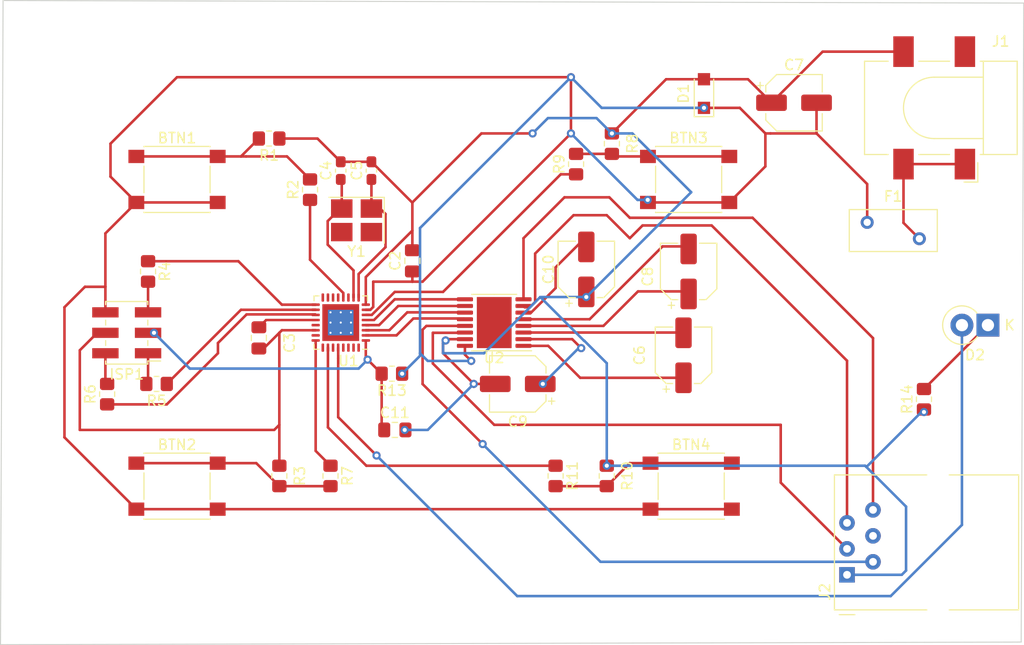
<source format=kicad_pcb>
(kicad_pcb (version 20211014) (generator pcbnew)
  (layers (0 "F.Cu" signal) (31 "B.Cu" signal) (34 "B.Paste" user) (35 "F.Paste" user) (36 "B.SilkS" user "B.Silkscreen") (37 "F.SilkS" user "F.Silkscreen") (38 "B.Mask" user) (39 "F.Mask" user) (44 "Edge.Cuts" user))
  (net 0 "")
  (net 1 "Net-(BTN1-Pad1)")
  (net 2 "VCC")
  (net 3 "Net-(BTN2-Pad1)")
  (net 4 "Net-(BTN3-Pad1)")
  (net 5 "Net-(BTN4-Pad1)")
  (net 6 "GND")
  (net 7 "Net-(C4-Pad1)")
  (net 8 "Net-(C5-Pad1)")
  (net 9 "Net-(C6-Pad1)")
  (net 10 "Net-(C6-Pad2)")
  (net 11 "Net-(C8-Pad1)")
  (net 12 "Net-(C8-Pad2)")
  (net 13 "Net-(C10-Pad2)")
  (net 14 "!RESET")
  (net 15 "Net-(D2-Pad1)")
  (net 16 "Net-(D2-Pad2)")
  (net 17 "Net-(F1-Pad2)")
  (net 18 "MISO")
  (net 19 "SCK")
  (net 20 "MOSI")
  (net 21 "/RX")
  (net 22 "/TX")
  (net 24 "/RTS")
  (net 25 "/CTS")
  (net 26 "BTN1")
  (net 27 "Net-(R4-Pad1)")
  (net 28 "Net-(R5-Pad1)")
  (net 29 "Net-(R6-Pad1)")
  (net 30 "BTN2")
  (net 31 "BTN3")
  (net 32 "BTN4")
  (net 33 "Net-(U1-Pad3)")
  (net 34 "Net-(U1-Pad4)")
  (net 35 "Net-(U1-Pad5)")
  (net 43 "Net-(U1-Pad2)")
  (net 46 "Net-(C9-Pad1)")
  (footprint "Resistor_SMD:R_0805_2012Metric_Pad1.20x1.40mm_HandSolder" (layer "F.Cu") (at 130 139 -90)
    (fp_text reference "R3" (at 0 -2 90) (layer "F.SilkS"))
    (fp_text value "10K")
    (pad "1" smd roundrect (at -1 0 270) (size 1.2 1.4) (layers "F.Cu" "F.Paste" "F.Mask") (roundrect_rratio 0.208333) (net 6 "GND"))
    (pad "2" smd roundrect (at 1 0 270) (size 1.2 1.4) (layers "F.Cu" "F.Paste" "F.Mask") (roundrect_rratio 0.208333) (net 3 "Net-(BTN2-Pad1)"))
  )
  (footprint "Diode_THT:D_DO-15_P2.54mm_Vertical_KathodeUp" (layer "F.Cu") (at 199.25 124.25 180)
    (fp_text reference "D2" (at 1.27 -2.92 180) (layer "F.SilkS"))
    (fp_text value "LED")
    (fp_text user "K" (at -2.12 0 180) (layer "F.SilkS"))
    (pad "1" thru_hole rect (at 0 0 180) (size 2.24 2.24) (drill 1.2) (layers *.Cu *.Mask) (net 15 "Net-(D2-Pad1)"))
    (pad "2" thru_hole oval (at 2.54 0 180) (size 2.24 2.24) (drill 1.2) (layers *.Cu *.Mask) (net 16 "Net-(D2-Pad2)"))
  )
  (footprint "Capacitor_SMD:CP_Elec_5x5.7" (layer "F.Cu") (at 170 119 90)
    (fp_text reference "C8" (at -0.5 -4 90) (layer "F.SilkS"))
    (fp_text value "10 uF")
    (pad "1" smd roundrect (at -2.2 0 90) (size 3 1.6) (layers "F.Cu" "F.Paste" "F.Mask") (roundrect_rratio 0.15625) (net 11 "Net-(C8-Pad1)"))
    (pad "2" smd roundrect (at 2.2 0 90) (size 3 1.6) (layers "F.Cu" "F.Paste" "F.Mask") (roundrect_rratio 0.15625) (net 12 "Net-(C8-Pad2)"))
  )
  (footprint "Button_Switch_SMD:SW_Push_1P1T_NO_6x6mm_H9.5mm" (layer "F.Cu") (at 170.25 140)
    (fp_text reference "BTN4" (at 0 -4.05) (layer "F.SilkS"))
    (fp_text value "VGA_BTN")
    (pad "1" smd rect (at -3.975 -2.25) (size 1.55 1.3) (layers "F.Cu" "F.Paste" "F.Mask") (net 5 "Net-(BTN4-Pad1)"))
    (pad "1" smd rect (at 3.975 -2.25) (size 1.55 1.3) (layers "F.Cu" "F.Paste" "F.Mask") (net 5 "Net-(BTN4-Pad1)"))
    (pad "2" smd rect (at -3.975 2.25) (size 1.55 1.3) (layers "F.Cu" "F.Paste" "F.Mask") (net 2 "VCC"))
    (pad "2" smd rect (at 3.975 2.25) (size 1.55 1.3) (layers "F.Cu" "F.Paste" "F.Mask") (net 2 "VCC"))
  )
  (footprint "Capacitor_SMD:CP_Elec_5x5.7" (layer "F.Cu") (at 153.3 130 180)
    (fp_text reference "C9" (at 0 -3.7) (layer "F.SilkS"))
    (fp_text value "10 uF")
    (pad "1" smd roundrect (at -2.2 0 180) (size 3 1.6) (layers "F.Cu" "F.Paste" "F.Mask") (roundrect_rratio 0.15625) (net 46 "Net-(C9-Pad1)"))
    (pad "2" smd roundrect (at 2.2 0 180) (size 3 1.6) (layers "F.Cu" "F.Paste" "F.Mask") (roundrect_rratio 0.15625) (net 6 "GND"))
  )
  (footprint "Capacitor_SMD:C_0603_1608Metric_Pad1.08x0.95mm_HandSolder" (layer "F.Cu") (at 136 109.1375 90)
    (fp_text reference "C4" (at 0 -1.43 90) (layer "F.SilkS"))
    (fp_text value "18p")
    (pad "1" smd roundrect (at -0.8625 0 90) (size 1.075 0.95) (layers "F.Cu" "F.Paste" "F.Mask") (net 7 "Net-(C4-Pad1)"))
    (pad "2" smd roundrect (at 0.8625 0 90) (size 1.075 0.95) (layers "F.Cu" "F.Paste" "F.Mask") (net 6 "GND"))
  )
  (footprint "Capacitor_SMD:CP_Elec_5x5.7" (layer "F.Cu") (at 160 118.8 90)
    (fp_text reference "C10" (at 0 -3.7 90) (layer "F.SilkS"))
    (fp_text value "10 uF")
    (pad "1" smd roundrect (at -2.2 0 90) (size 3 1.6) (layers "F.Cu" "F.Paste" "F.Mask") (roundrect_rratio 0.15625) (net 6 "GND"))
    (pad "2" smd roundrect (at 2.2 0 90) (size 3 1.6) (layers "F.Cu" "F.Paste" "F.Mask") (roundrect_rratio 0.15625) (net 13 "Net-(C10-Pad2)"))
  )
  (footprint "Button_Switch_SMD:SW_Push_1P1T_NO_6x6mm_H9.5mm" (layer "F.Cu") (at 170 110)
    (fp_text reference "BTN3" (at 0 -4.05) (layer "F.SilkS"))
    (fp_text value "HDMI_BTN")
    (pad "1" smd rect (at -3.975 -2.25) (size 1.55 1.3) (layers "F.Cu" "F.Paste" "F.Mask") (net 4 "Net-(BTN3-Pad1)"))
    (pad "1" smd rect (at 3.975 -2.25) (size 1.55 1.3) (layers "F.Cu" "F.Paste" "F.Mask") (net 4 "Net-(BTN3-Pad1)"))
    (pad "2" smd rect (at 3.975 2.25) (size 1.55 1.3) (layers "F.Cu" "F.Paste" "F.Mask") (net 2 "VCC"))
    (pad "2" smd rect (at -3.975 2.25) (size 1.55 1.3) (layers "F.Cu" "F.Paste" "F.Mask") (net 2 "VCC"))
  )
  (footprint "Crystal:Crystal_SMD_3225-4Pin_3.2x2.5mm_HandSoldering" (layer "F.Cu") (at 137.55 114 180)
    (fp_text reference "Y1" (at 0 -3.05) (layer "F.SilkS"))
    (fp_text value "Crystal")
    (pad "1" smd rect (at -1.45 1.15 180) (size 2.1 1.8) (layers "F.Cu" "F.Paste" "F.Mask") (net 8 "Net-(C5-Pad1)"))
    (pad "2" smd rect (at 1.45 1.15 180) (size 2.1 1.8) (layers "F.Cu" "F.Paste" "F.Mask") (net 7 "Net-(C4-Pad1)"))
    (pad "3" smd rect (at 1.45 -1.15 180) (size 2.1 1.8) (layers "F.Cu" "F.Paste" "F.Mask"))
    (pad "4" smd rect (at -1.45 -1.15 180) (size 2.1 1.8) (layers "F.Cu" "F.Paste" "F.Mask"))
  )
  (footprint "Button_Switch_SMD:SW_Push_1P1T_NO_6x6mm_H9.5mm" (layer "F.Cu") (at 120 140)
    (fp_text reference "BTN2" (at 0 -4.05) (layer "F.SilkS"))
    (fp_text value "OFF_BTN")
    (pad "1" smd rect (at 3.975 -2.25) (size 1.55 1.3) (layers "F.Cu" "F.Paste" "F.Mask") (net 3 "Net-(BTN2-Pad1)"))
    (pad "1" smd rect (at -3.975 -2.25) (size 1.55 1.3) (layers "F.Cu" "F.Paste" "F.Mask") (net 3 "Net-(BTN2-Pad1)"))
    (pad "2" smd rect (at -3.975 2.25) (size 1.55 1.3) (layers "F.Cu" "F.Paste" "F.Mask") (net 2 "VCC"))
    (pad "2" smd rect (at 3.975 2.25) (size 1.55 1.3) (layers "F.Cu" "F.Paste" "F.Mask") (net 2 "VCC"))
  )
  (footprint "Resistor_SMD:R_0805_2012Metric_Pad1.20x1.40mm_HandSolder" (layer "F.Cu") (at 159 108.5 90)
    (fp_text reference "R9" (at 0 -1.65 90) (layer "F.SilkS"))
    (fp_text value "100R")
    (pad "1" smd roundrect (at -1 0 90) (size 1.2 1.4) (layers "F.Cu" "F.Paste" "F.Mask") (roundrect_rratio 0.208333) (net 31 "BTN3"))
    (pad "2" smd roundrect (at 1 0 90) (size 1.2 1.4) (layers "F.Cu" "F.Paste" "F.Mask") (roundrect_rratio 0.208333) (net 4 "Net-(BTN3-Pad1)"))
  )
  (footprint "Connector_PinHeader_2.00mm:PinHeader_2x03_P2.00mm_Vertical_SMD" (layer "F.Cu") (at 115.085 125 180)
    (fp_text reference "ISP1" (at 0 -4.06) (layer "F.SilkS"))
    (fp_text value "Conn_02x03_Counter_Clockwise")
    (pad "1" smd rect (at -2.085 -2 180) (size 2.58 1) (layers "F.Cu" "F.Paste" "F.Mask") (net 18 "MISO"))
    (pad "2" smd rect (at 2.085 -2 180) (size 2.58 1) (layers "F.Cu" "F.Paste" "F.Mask") (net 19 "SCK"))
    (pad "3" smd rect (at -2.085 0 180) (size 2.58 1) (layers "F.Cu" "F.Paste" "F.Mask") (net 14 "!RESET"))
    (pad "4" smd rect (at 2.085 0 180) (size 2.58 1) (layers "F.Cu" "F.Paste" "F.Mask") (net 6 "GND"))
    (pad "5" smd rect (at -2.085 2 180) (size 2.58 1) (layers "F.Cu" "F.Paste" "F.Mask") (net 20 "MOSI"))
    (pad "6" smd rect (at 2.085 2 180) (size 2.58 1) (layers "F.Cu" "F.Paste" "F.Mask") (net 2 "VCC"))
  )
  (footprint "Connector_RJ:RJ12_Amphenol_54601" (layer "F.Cu") (at 185.48 148.67 90)
    (fp_text reference "J2" (at -1.67 -2.16 90) (layer "F.SilkS"))
    (fp_text value "RJ12")
    (pad "" np_thru_hole circle (at 8.25 8.89 90) (size 3.25 3.25) (drill 3.25) (layers *.Cu *.Mask))
    (pad "" np_thru_hole circle (at -1.91 8.89 90) (size 3.25 3.25) (drill 3.25) (layers *.Cu *.Mask))
    (pad "1" thru_hole rect (at 0 0 90) (size 1.52 1.52) (drill 0.76) (layers *.Cu *.Mask) (net 6 "GND"))
    (pad "2" thru_hole circle (at 1.27 2.54 90) (size 1.52 1.52) (drill 0.76) (layers *.Cu *.Mask) (net 22 "/TX"))
    (pad "3" thru_hole circle (at 2.54 0 90) (size 1.52 1.52) (drill 0.76) (layers *.Cu *.Mask) (net 21 "/RX"))
    (pad "4" thru_hole circle (at 3.81 2.54 90) (size 1.52 1.52) (drill 0.76) (layers *.Cu *.Mask))
    (pad "5" thru_hole circle (at 5.08 0 90) (size 1.52 1.52) (drill 0.76) (layers *.Cu *.Mask) (net 25 "/CTS"))
    (pad "6" thru_hole circle (at 6.35 2.54 90) (size 1.52 1.52) (drill 0.76) (layers *.Cu *.Mask) (net 24 "/RTS"))
  )
  (footprint "Resistor_SMD:R_0805_2012Metric_Pad1.20x1.40mm_HandSolder" (layer "F.Cu") (at 162 139 -90)
    (fp_text reference "R10" (at 0 -2 90) (layer "F.SilkS"))
    (fp_text value "10K")
    (pad "1" smd roundrect (at -1 0 270) (size 1.2 1.4) (layers "F.Cu" "F.Paste" "F.Mask") (roundrect_rratio 0.208333) (net 6 "GND"))
    (pad "2" smd roundrect (at 1 0 270) (size 1.2 1.4) (layers "F.Cu" "F.Paste" "F.Mask") (roundrect_rratio 0.208333) (net 5 "Net-(BTN4-Pad1)"))
  )
  (footprint "Resistor_SMD:R_0805_2012Metric_Pad1.20x1.40mm_HandSolder" (layer "F.Cu") (at 193 131.5 90)
    (fp_text reference "R14" (at 0 -1.65 90) (layer "F.SilkS"))
    (fp_text value "220R")
    (pad "1" smd roundrect (at -1 0 90) (size 1.2 1.4) (layers "F.Cu" "F.Paste" "F.Mask") (roundrect_rratio 0.208333) (net 6 "GND"))
    (pad "2" smd roundrect (at 1 0 90) (size 1.2 1.4) (layers "F.Cu" "F.Paste" "F.Mask") (roundrect_rratio 0.208333) (net 15 "Net-(D2-Pad1)"))
  )
  (footprint "Resistor_SMD:R_0805_2012Metric_Pad1.20x1.40mm_HandSolder" (layer "F.Cu") (at 118 130 180)
    (fp_text reference "R5" (at 0 -1.65) (layer "F.SilkS"))
    (fp_text value "100R")
    (pad "1" smd roundrect (at -1 0 180) (size 1.2 1.4) (layers "F.Cu" "F.Paste" "F.Mask") (roundrect_rratio 0.208333) (net 28 "Net-(R5-Pad1)"))
    (pad "2" smd roundrect (at 1 0 180) (size 1.2 1.4) (layers "F.Cu" "F.Paste" "F.Mask") (roundrect_rratio 0.208333) (net 18 "MISO"))
  )
  (footprint "Resistor_SMD:R_0805_2012Metric_Pad1.20x1.40mm_HandSolder" (layer "F.Cu") (at 133 111 90)
    (fp_text reference "R2" (at 0 -1.65 90) (layer "F.SilkS"))
    (fp_text value "100R")
    (pad "1" smd roundrect (at -1 0 90) (size 1.2 1.4) (layers "F.Cu" "F.Paste" "F.Mask") (roundrect_rratio 0.208333) (net 26 "BTN1"))
    (pad "2" smd roundrect (at 1 0 90) (size 1.2 1.4) (layers "F.Cu" "F.Paste" "F.Mask") (roundrect_rratio 0.208333) (net 1 "Net-(BTN1-Pad1)"))
  )
  (footprint "Capacitor_SMD:C_0805_2012Metric_Pad1.18x1.45mm_HandSolder" (layer "F.Cu") (at 128 125.5 -90)
    (fp_text reference "C3" (at 0.5 -3 90) (layer "F.SilkS"))
    (fp_text value "100n")
    (pad "1" smd roundrect (at -1.0375 0 270) (size 1.175 1.45) (layers "F.Cu" "F.Paste" "F.Mask") (roundrect_rratio 0.212766) (net 2 "VCC"))
    (pad "2" smd roundrect (at 1.0375 0 270) (size 1.175 1.45) (layers "F.Cu" "F.Paste" "F.Mask") (roundrect_rratio 0.212766) (net 6 "GND"))
  )
  (footprint "Capacitor_SMD:CP_Elec_5x5.7" (layer "F.Cu") (at 180.3 102.5)
    (fp_text reference "C7" (at 0 -3.7) (layer "F.SilkS"))
    (fp_text value "10uF")
    (pad "1" smd roundrect (at -2.2 0) (size 3 1.6) (layers "F.Cu" "F.Paste" "F.Mask") (roundrect_rratio 0.15625) (net 6 "GND"))
    (pad "2" smd roundrect (at 2.2 0) (size 3 1.6) (layers "F.Cu" "F.Paste" "F.Mask") (roundrect_rratio 0.15625) (net 2 "VCC"))
  )
  (footprint "Diode_SMD:Nexperia_CFP3_SOD-123W" (layer "F.Cu") (at 171.5 101.6 90)
    (fp_text reference "D1" (at 0 -2 90) (layer "F.SilkS"))
    (fp_text value "D_Zener 5.6V")
    (pad "1" smd rect (at -1.4 0 90) (size 1.2 1.2) (layers "F.Cu" "F.Paste" "F.Mask") (net 2 "VCC"))
    (pad "2" smd rect (at 1.4 0 90) (size 1.2 1.2) (layers "F.Cu" "F.Paste" "F.Mask") (net 6 "GND"))
  )
  (footprint "Button_Switch_SMD:SW_Push_1P1T_NO_6x6mm_H9.5mm" (layer "F.Cu") (at 120 110)
    (fp_text reference "BTN1" (at 0 -4.05) (layer "F.SilkS"))
    (fp_text value "ON_BTN")
    (pad "1" smd rect (at -3.975 -2.25) (size 1.55 1.3) (layers "F.Cu" "F.Paste" "F.Mask") (net 1 "Net-(BTN1-Pad1)"))
    (pad "1" smd rect (at 3.975 -2.25) (size 1.55 1.3) (layers "F.Cu" "F.Paste" "F.Mask") (net 1 "Net-(BTN1-Pad1)"))
    (pad "2" smd rect (at 3.975 2.25) (size 1.55 1.3) (layers "F.Cu" "F.Paste" "F.Mask") (net 2 "VCC"))
    (pad "2" smd rect (at -3.975 2.25) (size 1.55 1.3) (layers "F.Cu" "F.Paste" "F.Mask") (net 2 "VCC"))
  )
  (footprint "Capacitor_SMD:C_0603_1608Metric_Pad1.08x0.95mm_HandSolder" (layer "F.Cu") (at 139 109.1375 90)
    (fp_text reference "C5" (at 0 -1.43 90) (layer "F.SilkS"))
    (fp_text value "18p")
    (pad "1" smd roundrect (at -0.8625 0 90) (size 1.075 0.95) (layers "F.Cu" "F.Paste" "F.Mask") (net 8 "Net-(C5-Pad1)"))
    (pad "2" smd roundrect (at 0.8625 0 90) (size 1.075 0.95) (layers "F.Cu" "F.Paste" "F.Mask") (net 6 "GND"))
  )
  (footprint "Resistor_SMD:R_0805_2012Metric_Pad1.20x1.40mm_HandSolder" (layer "F.Cu") (at 157 139 -90)
    (fp_text reference "R11" (at 0 -1.65 90) (layer "F.SilkS"))
    (fp_text value "100R")
    (pad "1" smd roundrect (at -1 0 270) (size 1.2 1.4) (layers "F.Cu" "F.Paste" "F.Mask") (roundrect_rratio 0.208333) (net 32 "BTN4"))
    (pad "2" smd roundrect (at 1 0 270) (size 1.2 1.4) (layers "F.Cu" "F.Paste" "F.Mask") (roundrect_rratio 0.208333) (net 5 "Net-(BTN4-Pad1)"))
  )
  (footprint "Package_SO:HTSSOP-16-1EP_4.4x5mm_P0.65mm_EP3.4x5mm_Mask2.46x2.31mm" (layer "F.Cu") (at 151 124 180)
    (fp_text reference "U2" (at 0 -3.45) (layer "F.SilkS"))
    (fp_text value "MAX232")
    (pad "1" smd roundrect (at -2.8625 -2.275 180) (size 1.575 0.4) (layers "F.Cu" "F.Paste" "F.Mask") (net 9 "Net-(C6-Pad1)"))
    (pad "2" smd roundrect (at -2.8625 -1.625 180) (size 1.575 0.4) (layers "F.Cu" "F.Paste" "F.Mask") (net 46 "Net-(C9-Pad1)"))
    (pad "3" smd roundrect (at -2.8625 -0.975 180) (size 1.575 0.4) (layers "F.Cu" "F.Paste" "F.Mask") (net 10 "Net-(C6-Pad2)"))
    (pad "4" smd roundrect (at -2.8625 -0.325 180) (size 1.575 0.4) (layers "F.Cu" "F.Paste" "F.Mask") (net 11 "Net-(C8-Pad1)"))
    (pad "5" smd roundrect (at -2.8625 0.325 180) (size 1.575 0.4) (layers "F.Cu" "F.Paste" "F.Mask") (net 12 "Net-(C8-Pad2)"))
    (pad "6" smd roundrect (at -2.8625 0.975 180) (size 1.575 0.4) (layers "F.Cu" "F.Paste" "F.Mask") (net 13 "Net-(C10-Pad2)"))
    (pad "7" smd roundrect (at -2.8625 1.625 180) (size 1.575 0.4) (layers "F.Cu" "F.Paste" "F.Mask") (net 25 "/CTS"))
    (pad "8" smd roundrect (at -2.8625 2.275 180) (size 1.575 0.4) (layers "F.Cu" "F.Paste" "F.Mask") (net 24 "/RTS"))
    (pad "9" smd roundrect (at 2.8625 2.275 180) (size 1.575 0.4) (layers "F.Cu" "F.Paste" "F.Mask") (net 35 "Net-(U1-Pad5)"))
    (pad "10" smd roundrect (at 2.8625 1.625 180) (size 1.575 0.4) (layers "F.Cu" "F.Paste" "F.Mask") (net 34 "Net-(U1-Pad4)"))
    (pad "11" smd roundrect (at 2.8625 0.975 180) (size 1.575 0.4) (layers "F.Cu" "F.Paste" "F.Mask") (net 33 "Net-(U1-Pad3)"))
    (pad "12" smd roundrect (at 2.8625 0.325 180) (size 1.575 0.4) (layers "F.Cu" "F.Paste" "F.Mask") (net 43 "Net-(U1-Pad2)"))
    (pad "13" smd roundrect (at 2.8625 -0.325 180) (size 1.575 0.4) (layers "F.Cu" "F.Paste" "F.Mask") (net 22 "/TX"))
    (pad "14" smd roundrect (at 2.8625 -0.975 180) (size 1.575 0.4) (layers "F.Cu" "F.Paste" "F.Mask") (net 21 "/RX"))
    (pad "15" smd roundrect (at 2.8625 -1.625 180) (size 1.575 0.4) (layers "F.Cu" "F.Paste" "F.Mask") (net 6 "GND"))
    (pad "16" smd roundrect (at 2.8625 -2.275 180) (size 1.575 0.4) (layers "F.Cu" "F.Paste" "F.Mask") (net 2 "VCC"))
    (pad "17" smd rect (at 0 0 180) (size 3.4 5) (layers "F.Cu"))
  )
  (footprint "Resistor_SMD:R_0805_2012Metric_Pad1.20x1.40mm_HandSolder" (layer "F.Cu") (at 117.17 119 -90)
    (fp_text reference "R4" (at 0 -1.65 90) (layer "F.SilkS"))
    (fp_text value "100R")
    (pad "1" smd roundrect (at -1 0 270) (size 1.2 1.4) (layers "F.Cu" "F.Paste" "F.Mask") (roundrect_rratio 0.208333) (net 27 "Net-(R4-Pad1)"))
    (pad "2" smd roundrect (at 1 0 270) (size 1.2 1.4) (layers "F.Cu" "F.Paste" "F.Mask") (roundrect_rratio 0.208333) (net 20 "MOSI"))
  )
  (footprint "Capacitor_SMD:C_0805_2012Metric_Pad1.18x1.45mm_HandSolder" (layer "F.Cu") (at 143 117.9625 90)
    (fp_text reference "C2" (at 0 -1.68 90) (layer "F.SilkS"))
    (fp_text value "100n")
    (pad "1" smd roundrect (at -1.0375 0 90) (size 1.175 1.45) (layers "F.Cu" "F.Paste" "F.Mask") (roundrect_rratio 0.212766) (net 2 "VCC"))
    (pad "2" smd roundrect (at 1.0375 0 90) (size 1.175 1.45) (layers "F.Cu" "F.Paste" "F.Mask") (roundrect_rratio 0.212766) (net 6 "GND"))
  )
  (footprint "Fuse:Fuse_BelFuse_0ZRE0005FF_L8.3mm_W3.8mm" (layer "F.Cu") (at 187.45 114.2)
    (fp_text reference "F1" (at 2.54 -2.54) (layer "F.SilkS"))
    (fp_text value "Polyfuse")
    (pad "1" thru_hole circle (at 0 0) (size 1.27 1.27) (drill 0.71) (layers *.Cu *.Mask) (net 2 "VCC"))
    (pad "2" thru_hole circle (at 5.1 1.6) (size 1.27 1.27) (drill 0.71) (layers *.Cu *.Mask) (net 17 "Net-(F1-Pad2)"))
  )
  (footprint "Resistor_SMD:R_0805_2012Metric_Pad1.20x1.40mm_HandSolder" (layer "F.Cu") (at 129 106 180)
    (fp_text reference "R1" (at 0 -1.65) (layer "F.SilkS"))
    (fp_text value "10K")
    (pad "1" smd roundrect (at -1 0 180) (size 1.2 1.4) (layers "F.Cu" "F.Paste" "F.Mask") (roundrect_rratio 0.208333) (net 6 "GND"))
    (pad "2" smd roundrect (at 1 0 180) (size 1.2 1.4) (layers "F.Cu" "F.Paste" "F.Mask") (roundrect_rratio 0.208333) (net 1 "Net-(BTN1-Pad1)"))
  )
  (footprint "Connector_BarrelJack:BarrelJack_CLIFF_FC681465S_SMT_Horizontal" (layer "F.Cu") (at 194 103 180)
    (fp_text reference "J1" (at -6.5 6.5) (layer "F.SilkS"))
    (fp_text value "Power barrel plug")
    (pad "" np_thru_hole oval (at -2.9 0 270) (size 2 1.5) (drill oval 2 1.5) (layers *.Cu *.Mask))
    (pad "" np_thru_hole circle (at 1.5 0 270) (size 2 2) (drill 2) (layers *.Cu *.Mask))
    (pad "1" smd rect (at -3 -5.5 270) (size 3 2) (layers "F.Cu" "F.Paste" "F.Mask") (net 17 "Net-(F1-Pad2)"))
    (pad "1" smd rect (at 3 -5.5 270) (size 3 2) (layers "F.Cu" "F.Paste" "F.Mask") (net 17 "Net-(F1-Pad2)"))
    (pad "2" smd rect (at 3 5.5 270) (size 3 2) (layers "F.Cu" "F.Paste" "F.Mask") (net 6 "GND"))
    (pad "3" smd rect (at -3 5.5 270) (size 3 2) (layers "F.Cu" "F.Paste" "F.Mask"))
  )
  (footprint "Resistor_SMD:R_0805_2012Metric_Pad1.20x1.40mm_HandSolder" (layer "F.Cu") (at 141 129 180)
    (fp_text reference "R13" (at 0 -1.65) (layer "F.SilkS"))
    (fp_text value "R")
    (pad "1" smd roundrect (at -1 0 180) (size 1.2 1.4) (layers "F.Cu" "F.Paste" "F.Mask") (roundrect_rratio 0.208333) (net 2 "VCC"))
    (pad "2" smd roundrect (at 1 0 180) (size 1.2 1.4) (layers "F.Cu" "F.Paste" "F.Mask") (roundrect_rratio 0.208333) (net 14 "!RESET"))
  )
  (footprint "Resistor_SMD:R_0805_2012Metric_Pad1.20x1.40mm_HandSolder" (layer "F.Cu") (at 135 139 -90)
    (fp_text reference "R7" (at 0 -1.65 90) (layer "F.SilkS"))
    (fp_text value "100R")
    (pad "1" smd roundrect (at -1 0 270) (size 1.2 1.4) (layers "F.Cu" "F.Paste" "F.Mask") (roundrect_rratio 0.208333) (net 30 "BTN2"))
    (pad "2" smd roundrect (at 1 0 270) (size 1.2 1.4) (layers "F.Cu" "F.Paste" "F.Mask") (roundrect_rratio 0.208333) (net 3 "Net-(BTN2-Pad1)"))
  )
  (footprint "Capacitor_SMD:CP_Elec_5x5.7" (layer "F.Cu") (at 169.5 127.2 90)
    (fp_text reference "C6" (at 0 -4.3 90) (layer "F.SilkS"))
    (fp_text value "10 uF")
    (pad "1" smd roundrect (at -2.2 0 90) (size 3 1.6) (layers "F.Cu" "F.Paste" "F.Mask") (roundrect_rratio 0.15625) (net 9 "Net-(C6-Pad1)"))
    (pad "2" smd roundrect (at 2.2 0 90) (size 3 1.6) (layers "F.Cu" "F.Paste" "F.Mask") (roundrect_rratio 0.15625) (net 10 "Net-(C6-Pad2)"))
  )
  (footprint "Resistor_SMD:R_0805_2012Metric_Pad1.20x1.40mm_HandSolder" (layer "F.Cu") (at 162.5 106.5 -90)
    (fp_text reference "R8" (at 0 -2 90) (layer "F.SilkS"))
    (fp_text value "10K")
    (pad "1" smd roundrect (at -1 0 270) (size 1.2 1.4) (layers "F.Cu" "F.Paste" "F.Mask") (roundrect_rratio 0.208333) (net 6 "GND"))
    (pad "2" smd roundrect (at 1 0 270) (size 1.2 1.4) (layers "F.Cu" "F.Paste" "F.Mask") (roundrect_rratio 0.208333) (net 4 "Net-(BTN3-Pad1)"))
  )
  (footprint "Package_DFN_QFN:QFN-32-1EP_5x5mm_P0.5mm_EP3.6x3.6mm_ThermalVias" (layer "F.Cu") (at 136 124 180)
    (fp_text reference "U1" (at -0.75 -3.75) (layer "F.SilkS"))
    (fp_text value "ATmega328-P")
    (pad "1" smd roundrect (at -2.45 -1.75 180) (size 0.8 0.25) (layers "F.Cu" "F.Paste" "F.Mask") (net 14 "!RESET"))
    (pad "2" smd roundrect (at -2.45 -1.25 180) (size 0.8 0.25) (layers "F.Cu" "F.Paste" "F.Mask") (net 43 "Net-(U1-Pad2)"))
    (pad "3" smd roundrect (at -2.45 -0.75 180) (size 0.8 0.25) (layers "F.Cu" "F.Paste" "F.Mask") (net 33 "Net-(U1-Pad3)"))
    (pad "4" smd roundrect (at -2.45 -0.25 180) (size 0.8 0.25) (layers "F.Cu" "F.Paste" "F.Mask") (net 34 "Net-(U1-Pad4)"))
    (pad "5" smd roundrect (at -2.45 0.25 180) (size 0.8 0.25) (layers "F.Cu" "F.Paste" "F.Mask") (net 35 "Net-(U1-Pad5)"))
    (pad "6" smd roundrect (at -2.45 0.75 180) (size 0.8 0.25) (layers "F.Cu" "F.Paste" "F.Mask") (net 31 "BTN3"))
    (pad "7" smd roundrect (at -2.45 1.25 180) (size 0.8 0.25) (layers "F.Cu" "F.Paste" "F.Mask") (net 2 "VCC"))
    (pad "8" smd roundrect (at -2.45 1.75 180) (size 0.8 0.25) (layers "F.Cu" "F.Paste" "F.Mask") (net 6 "GND"))
    (pad "9" smd roundrect (at -1.75 2.45 180) (size 0.25 0.8) (layers "F.Cu" "F.Paste" "F.Mask") (net 8 "Net-(C5-Pad1)"))
    (pad "10" smd roundrect (at -1.25 2.45 180) (size 0.25 0.8) (layers "F.Cu" "F.Paste" "F.Mask") (net 7 "Net-(C4-Pad1)"))
    (pad "11" smd roundrect (at -0.75 2.45 180) (size 0.25 0.8) (layers "F.Cu" "F.Paste" "F.Mask"))
    (pad "12" smd roundrect (at -0.25 2.45 180) (size 0.25 0.8) (layers "F.Cu" "F.Paste" "F.Mask") (net 26 "BTN1"))
    (pad "13" smd roundrect (at 0.25 2.45 180) (size 0.25 0.8) (layers "F.Cu" "F.Paste" "F.Mask"))
    (pad "14" smd roundrect (at 0.75 2.45 180) (size 0.25 0.8) (layers "F.Cu" "F.Paste" "F.Mask"))
    (pad "15" smd roundrect (at 1.25 2.45 180) (size 0.25 0.8) (layers "F.Cu" "F.Paste" "F.Mask"))
    (pad "16" smd roundrect (at 1.75 2.45 180) (size 0.25 0.8) (layers "F.Cu" "F.Paste" "F.Mask"))
    (pad "17" smd roundrect (at 2.45 1.75 180) (size 0.8 0.25) (layers "F.Cu" "F.Paste" "F.Mask") (net 27 "Net-(R4-Pad1)"))
    (pad "18" smd roundrect (at 2.45 1.25 180) (size 0.8 0.25) (layers "F.Cu" "F.Paste" "F.Mask") (net 28 "Net-(R5-Pad1)"))
    (pad "19" smd roundrect (at 2.45 0.75 180) (size 0.8 0.25) (layers "F.Cu" "F.Paste" "F.Mask") (net 29 "Net-(R6-Pad1)"))
    (pad "20" smd roundrect (at 2.45 0.25 180) (size 0.8 0.25) (layers "F.Cu" "F.Paste" "F.Mask") (net 2 "VCC"))
    (pad "21" smd roundrect (at 2.45 -0.25 180) (size 0.8 0.25) (layers "F.Cu" "F.Paste" "F.Mask"))
    (pad "22" smd roundrect (at 2.45 -0.75 180) (size 0.8 0.25) (layers "F.Cu" "F.Paste" "F.Mask") (net 6 "GND"))
    (pad "23" smd roundrect (at 2.45 -1.25 180) (size 0.8 0.25) (layers "F.Cu" "F.Paste" "F.Mask"))
    (pad "24" smd roundrect (at 2.45 -1.75 180) (size 0.8 0.25) (layers "F.Cu" "F.Paste" "F.Mask") (net 30 "BTN2"))
    (pad "25" smd roundrect (at 1.75 -2.45 180) (size 0.25 0.8) (layers "F.Cu" "F.Paste" "F.Mask"))
    (pad "26" smd roundrect (at 1.25 -2.45 180) (size 0.25 0.8) (layers "F.Cu" "F.Paste" "F.Mask") (net 32 "BTN4"))
    (pad "27" smd roundrect (at 0.75 -2.45 180) (size 0.25 0.8) (layers "F.Cu" "F.Paste" "F.Mask"))
    (pad "28" smd roundrect (at 0.25 -2.45 180) (size 0.25 0.8) (layers "F.Cu" "F.Paste" "F.Mask") (net 16 "Net-(D2-Pad2)"))
    (pad "29" smd roundrect (at -0.25 -2.45 180) (size 0.25 0.8) (layers "F.Cu" "F.Paste" "F.Mask"))
    (pad "30" smd roundrect (at -0.75 -2.45 180) (size 0.25 0.8) (layers "F.Cu" "F.Paste" "F.Mask"))
    (pad "31" smd roundrect (at -1.25 -2.45 180) (size 0.25 0.8) (layers "F.Cu" "F.Paste" "F.Mask"))
    (pad "32" smd roundrect (at -1.75 -2.45 180) (size 0.25 0.8) (layers "F.Cu" "F.Paste" "F.Mask"))
    (pad "33" thru_hole circle (at 1 1 180) (size 0.5 0.5) (drill 0.2) (layers *.Cu))
    (pad "33" thru_hole circle (at 1 -1 180) (size 0.5 0.5) (drill 0.2) (layers *.Cu))
    (pad "33" thru_hole circle (at -1 1 180) (size 0.5 0.5) (drill 0.2) (layers *.Cu))
    (pad "33" thru_hole circle (at 1 0 180) (size 0.5 0.5) (drill 0.2) (layers *.Cu))
    (pad "33" thru_hole circle (at 0 0 180) (size 0.5 0.5) (drill 0.2) (layers *.Cu))
    (pad "33" thru_hole circle (at 0 1 180) (size 0.5 0.5) (drill 0.2) (layers *.Cu))
    (pad "33" thru_hole circle (at -1 -1 180) (size 0.5 0.5) (drill 0.2) (layers *.Cu))
    (pad "33" smd rect (at 0 0 180) (size 3.6 3.6) (layers "F.Cu" "F.Mask"))
    (pad "33" smd rect (at 0 0 180) (size 2.5 2.5) (layers "B.Cu"))
    (pad "33" thru_hole circle (at -1 0 180) (size 0.5 0.5) (drill 0.2) (layers *.Cu))
    (pad "33" thru_hole circle (at 0 -1 180) (size 0.5 0.5) (drill 0.2) (layers *.Cu))
  )
  (footprint "Resistor_SMD:R_0805_2012Metric_Pad1.20x1.40mm_HandSolder" (layer "F.Cu") (at 113.17 131 90)
    (fp_text reference "R6" (at 0 -1.65 90) (layer "F.SilkS"))
    (fp_text value "100R")
    (pad "1" smd roundrect (at -1 0 90) (size 1.2 1.4) (layers "F.Cu" "F.Paste" "F.Mask") (roundrect_rratio 0.208333) (net 29 "Net-(R6-Pad1)"))
    (pad "2" smd roundrect (at 1 0 90) (size 1.2 1.4) (layers "F.Cu" "F.Paste" "F.Mask") (roundrect_rratio 0.208333) (net 19 "SCK"))
  )
  (footprint "Capacitor_SMD:C_0805_2012Metric_Pad1.18x1.45mm_HandSolder" (layer "F.Cu") (at 141.2875 134.5)
    (fp_text reference "C11" (at 0 -1.68) (layer "F.SilkS"))
    (fp_text value "100nF")
    (pad "1" smd roundrect (at -1.0375 0) (size 1.175 1.45) (layers "F.Cu" "F.Paste" "F.Mask") (roundrect_rratio 0.212766) (net 14 "!RESET"))
    (pad "2" smd roundrect (at 1.0375 0) (size 1.175 1.45) (layers "F.Cu" "F.Paste" "F.Mask") (roundrect_rratio 0.212766) (net 6 "GND"))
  )
  (gr_line (start 202.5 155.25) (end 102.75 155.5) (layer "Edge.Cuts") (width 0.1))
  (gr_line (start 202.75 92.75) (end 202.5 155.25) (layer "Edge.Cuts") (width 0.1))
  (gr_line (start 103 92.5) (end 202.75 92.75) (layer "Edge.Cuts") (width 0.1))
  (gr_line (start 102.75 155.5) (end 103 92.5) (layer "Edge.Cuts") (width 0.1))
  (segment (start 123.975 107.75) (end 126.25 107.75) (width 0.25) (layer "F.Cu") (net 1))
  (segment (start 126.25 107.75) (end 128 106) (width 0.25) (layer "F.Cu") (net 1))
  (segment (start 116.025 107.75) (end 123.975 107.75) (width 0.25) (layer "F.Cu") (net 1))
  (segment (start 126.75 107.75) (end 130.75 107.75) (width 0.25) (layer "F.Cu") (net 1))
  (segment (start 126.25 107.75) (end 126.75 107.75) (width 0.25) (layer "F.Cu") (net 1))
  (segment (start 130.75 107.75) (end 133 110) (width 0.25) (layer "F.Cu") (net 1))
  (segment (start 113 115.275) (end 116.025 112.25) (width 0.25) (layer "F.Cu") (net 2))
  (segment (start 182.5 105.5) (end 178 105.5) (width 0.25) (layer "F.Cu") (net 2))
  (segment (start 133.55 123.75) (end 128.7125 123.75) (width 0.25) (layer "F.Cu") (net 2))
  (segment (start 113 120.5) (end 113 115.275) (width 0.25) (layer "F.Cu") (net 2))
  (segment (start 111 120.5) (end 109 122.5) (width 0.25) (layer "F.Cu") (net 2))
  (segment (start 148.1375 127.1375) (end 148.75 127.75) (width 0.25) (layer "F.Cu") (net 2))
  (segment (start 123.975 142.25) (end 166.025 142.25) (width 0.25) (layer "F.Cu") (net 2))
  (segment (start 177.5 108.725) (end 177.5 105.5) (width 0.25) (layer "F.Cu") (net 2))
  (segment (start 109 135.225) (end 116.025 142.25) (width 0.25) (layer "F.Cu") (net 2))
  (segment (start 183.5 106.5) (end 187.45 110.45) (width 0.25) (layer "F.Cu") (net 2))
  (segment (start 143 120) (end 143 119) (width 0.25) (layer "F.Cu") (net 2))
  (segment (start 139.17452 120) (end 143 120) (width 0.25) (layer "F.Cu") (net 2))
  (segment (start 113 123) (end 113 120.5) (width 0.25) (layer "F.Cu") (net 2))
  (segment (start 143 120) (end 144 120) (width 0.25) (layer "F.Cu") (net 2))
  (segment (start 166.275 142.25) (end 174.225 142.25) (width 0.25) (layer "F.Cu") (net 2))
  (segment (start 113.5 109.725) (end 113.5 106.5) (width 0.25) (layer "F.Cu") (net 2))
  (segment (start 175 103) (end 171.5 103) (width 0.25) (layer "F.Cu") (net 2))
  (segment (start 138.897328 122.75) (end 139.17452 122.472808) (width 0.25) (layer "F.Cu") (net 2))
  (segment (start 187.45 114.2) (end 187.45 110.45) (width 0.25) (layer "F.Cu") (net 2))
  (segment (start 173.975 112.25) (end 177.5 108.725) (width 0.25) (layer "F.Cu") (net 2))
  (segment (start 116.025 112.25) (end 123.975 112.25) (width 0.25) (layer "F.Cu") (net 2))
  (segment (start 166.025 112.25) (end 173.975 112.25) (width 0.25) (layer "F.Cu") (net 2))
  (segment (start 178 105.5) (end 177.5 105.5) (width 0.25) (layer "F.Cu") (net 2))
  (segment (start 113 120.5) (end 111 120.5) (width 0.25) (layer "F.Cu") (net 2))
  (segment (start 158.5 105.5) (end 158.5 100) (width 0.25) (layer "F.Cu") (net 2))
  (segment (start 182.5 102.5) (end 182.5 105.5) (width 0.25) (layer "F.Cu") (net 2))
  (segment (start 116.025 142.25) (end 123.975 142.25) (width 0.25) (layer "F.Cu") (net 2))
  (segment (start 120 100) (end 158.5 100) (width 0.25) (layer "F.Cu") (net 2))
  (segment (start 148.1375 126.275) (end 148.1375 127.1375) (width 0.25) (layer "F.Cu") (net 2))
  (segment (start 139.17452 122.472808) (end 139.17452 120) (width 0.25) (layer "F.Cu") (net 2))
  (segment (start 128.7125 123.75) (end 128 124.4625) (width 0.25) (layer "F.Cu") (net 2))
  (segment (start 177.5 105.5) (end 175 103) (width 0.25) (layer "F.Cu") (net 2))
  (segment (start 113.5 106.5) (end 120 100) (width 0.25) (layer "F.Cu") (net 2))
  (segment (start 109 122.5) (end 109 135.225) (width 0.25) (layer "F.Cu") (net 2))
  (segment (start 144 120) (end 158.5 105.5) (width 0.25) (layer "F.Cu") (net 2))
  (segment (start 138.45 122.75) (end 138.897328 122.75) (width 0.25) (layer "F.Cu") (net 2))
  (segment (start 182.5 105.5) (end 183.5 106.5) (width 0.25) (layer "F.Cu") (net 2))
  (segment (start 116.025 112.25) (end 113.5 109.725) (width 0.25) (layer "F.Cu") (net 2))
  (via (at 166 112) (size 0.8) (drill 0.4) (layers "F.Cu" "B.Cu") (net 2))
  (via (at 158.5 105.5) (size 0.8) (drill 0.4) (layers "F.Cu" "B.Cu") (net 2))
  (via (at 148.75 127.75) (size 0.8) (drill 0.4) (layers "F.Cu" "B.Cu") (net 2))
  (via (at 158.5 100) (size 0.8) (drill 0.4) (layers "F.Cu" "B.Cu") (net 2))
  (via (at 171.5 103) (size 0.8) (drill 0.4) (layers "F.Cu" "B.Cu") (net 2))
  (via (at 142 129) (size 0.8) (drill 0.4) (layers "F.Cu" "B.Cu") (net 2))
  (segment (start 158.5 100) (end 143.75 114.75) (width 0.25) (layer "B.Cu") (net 2))
  (segment (start 142 129) (end 143.75 127.25) (width 0.25) (layer "B.Cu") (net 2))
  (segment (start 143.75 127) (end 144.5 127.75) (width 0.25) (layer "B.Cu") (net 2))
  (segment (start 158.5 100) (end 161.5 103) (width 0.25) (layer "B.Cu") (net 2))
  (segment (start 143.75 127.25) (end 143.75 127) (width 0.25) (layer "B.Cu") (net 2))
  (segment (start 143.75 114.75) (end 143.75 127) (width 0.25) (layer "B.Cu") (net 2))
  (segment (start 158.5 105.5) (end 165 112) (width 0.25) (layer "B.Cu") (net 2))
  (segment (start 161.5 103) (end 171.5 103) (width 0.25) (layer "B.Cu") (net 2))
  (segment (start 144.5 127.75) (end 148.75 127.75) (width 0.25) (layer "B.Cu") (net 2))
  (segment (start 165 112) (end 166 112) (width 0.25) (layer "B.Cu") (net 2))
  (segment (start 130 140) (end 135 140) (width 0.25) (layer "F.Cu") (net 3))
  (segment (start 123.975 137.75) (end 127.75 137.75) (width 0.25) (layer "F.Cu") (net 3))
  (segment (start 127.75 137.75) (end 130 140) (width 0.25) (layer "F.Cu") (net 3))
  (segment (start 116.025 137.75) (end 123.975 137.75) (width 0.25) (layer "F.Cu") (net 3))
  (segment (start 166.025 107.75) (end 173.975 107.75) (width 0.25) (layer "F.Cu") (net 4))
  (segment (start 162.75 107.75) (end 166.025 107.75) (width 0.25) (layer "F.Cu") (net 4))
  (segment (start 159 107.5) (end 162.5 107.5) (width 0.25) (layer "F.Cu") (net 4))
  (segment (start 162.5 107.5) (end 162.75 107.75) (width 0.25) (layer "F.Cu") (net 4))
  (segment (start 166.025 137.75) (end 164.25 137.75) (width 0.25) (layer "F.Cu") (net 5))
  (segment (start 162 140) (end 157 140) (width 0.25) (layer "F.Cu") (net 5))
  (segment (start 166.275 137.75) (end 174.225 137.75) (width 0.25) (layer "F.Cu") (net 5))
  (segment (start 164.25 137.75) (end 162 140) (width 0.25) (layer "F.Cu") (net 5))
  (segment (start 133.725 106) (end 136 108.275) (width 0.25) (layer "F.Cu") (net 6))
  (segment (start 149 130) (end 146 127) (width 0.25) (layer "F.Cu") (net 6))
  (segment (start 143 112.275) (end 143 112.25) (width 0.25) (layer "F.Cu") (net 6))
  (segment (start 136 108.275) (end 139 108.275) (width 0.25) (layer "F.Cu") (net 6))
  (segment (start 130.25 124.75) (end 133.55 124.75) (width 0.25) (layer "F.Cu") (net 6))
  (segment (start 130 125) (end 130.25 124.75) (width 0.25) (layer "F.Cu") (net 6))
  (segment (start 143 115) (end 143 116.925) (width 0.25) (layer "F.Cu") (net 6))
  (segment (start 191 97.5) (end 183.1 97.5) (width 0.25) (layer "F.Cu") (net 6))
  (segment (start 167.8 100.2) (end 171.5 100.2) (width 0.25) (layer "F.Cu") (net 6))
  (segment (start 143 112.275) (end 143 115) (width 0.25) (layer "F.Cu") (net 6))
  (segment (start 128.4625 126.5375) (end 130 125) (width 0.25) (layer "F.Cu") (net 6))
  (segment (start 149.75 105.5) (end 154.75 105.5) (width 0.25) (layer "F.Cu") (net 6))
  (segment (start 112.21 125) (end 110.5 126.71) (width 0.25) (layer "F.Cu") (net 6))
  (segment (start 138.45 122.25) (end 138.45 119.55) (width 0.25) (layer "F.Cu") (net 6))
  (segment (start 171.5 100.2) (end 175.8 100.2) (width 0.25) (layer "F.Cu") (net 6))
  (segment (start 110.5 126.71) (end 110.5 134.5) (width 0.25) (layer "F.Cu") (net 6))
  (segment (start 113 125) (end 112.21 125) (width 0.25) (layer "F.Cu") (net 6))
  (segment (start 138.45 119.55) (end 143 115) (width 0.25) (layer "F.Cu") (net 6))
  (segment (start 146 126) (end 146.25 125.75) (width 0.25) (layer "F.Cu") (net 6))
  (segment (start 128 126.5375) (end 128.4625 126.5375) (width 0.25) (layer "F.Cu") (net 6))
  (segment (start 130 134) (end 130 125) (width 0.25) (layer "F.Cu") (net 6))
  (segment (start 129.5 134.5) (end 130 134) (width 0.25) (layer "F.Cu") (net 6))
  (segment (start 146.375 125.625) (end 146.25 125.75) (width 0.25) (layer "F.Cu") (net 6))
  (segment (start 130 106) (end 133.725 106) (width 0.25) (layer "F.Cu") (net 6))
  (segment (start 130 138) (end 130 134) (width 0.25) (layer "F.Cu") (net 6))
  (segment (start 143 112.25) (end 149.75 105.5) (width 0.25) (layer "F.Cu") (net 6))
  (segment (start 183.1 97.5) (end 178.1 102.5) (width 0.25) (layer "F.Cu") (net 6))
  (segment (start 148.1375 125.625) (end 146.375 125.625) (width 0.25) (layer "F.Cu") (net 6))
  (segment (start 139 108.275) (end 143 112.275) (width 0.25) (layer "F.Cu") (net 6))
  (segment (start 110.5 134.5) (end 129.5 134.5) (width 0.25) (layer "F.Cu") (net 6))
  (segment (start 175.8 100.2) (end 178.1 102.5) (width 0.25) (layer "F.Cu") (net 6))
  (segment (start 162.5 105.5) (end 167.8 100.2) (width 0.25) (layer "F.Cu") (net 6))
  (segment (start 151.1 130) (end 149 130) (width 0.25) (layer "F.Cu") (net 6))
  (segment (start 146 127) (end 146 126) (width 0.25) (layer "F.Cu") (net 6))
  (via (at 154.75 105.5) (size 0.8) (drill 0.4) (layers "F.Cu" "B.Cu") (net 6))
  (via (at 162.5 105.5) (size 0.8) (drill 0.4) (layers "F.Cu" "B.Cu") (net 6))
  (via (at 160 121.5) (size 0.8) (drill 0.4) (layers "F.Cu" "B.Cu") (net 6))
  (via (at 149 130) (size 0.8) (drill 0.4) (layers "F.Cu" "B.Cu") (net 6))
  (via (at 193 132.75) (size 0.8) (drill 0.4) (layers "F.Cu" "B.Cu") (net 6))
  (via (at 146.25 125.75) (size 0.8) (drill 0.4) (layers "F.Cu" "B.Cu") (net 6))
  (via (at 142.25 134.5) (size 0.8) (drill 0.4) (layers "F.Cu" "B.Cu") (net 6))
  (via (at 162 138) (size 0.8) (drill 0.4) (layers "F.Cu" "B.Cu") (net 6))
  (segment (start 161 104) (end 162.5 105.5) (width 0.25) (layer "B.Cu") (net 6))
  (segment (start 146 126) (end 146.25 125.75) (width 0.25) (layer "B.Cu") (net 6))
  (segment (start 170.25 111.25) (end 160 121.5) (width 0.25) (layer "B.Cu") (net 6))
  (segment (start 162 127.975386) (end 162 138) (width 0.25) (layer "B.Cu") (net 6))
  (segment (start 146 127) (end 146 126) (width 0.25) (layer "B.Cu") (net 6))
  (segment (start 187.375 138.125) (end 192.75 132.75) (width 0.25) (layer "B.Cu") (net 6))
  (segment (start 164.5 105.5) (end 170.25 111.25) (width 0.25) (layer "B.Cu") (net 6))
  (segment (start 142.25 134.5) (end 144.5 134.5) (width 0.25) (layer "B.Cu") (net 6))
  (segment (start 155.5 121.5) (end 159.775489 125.775489) (width 0.25) (layer "B.Cu") (net 6))
  (segment (start 160 121.5) (end 155.5 121.5) (width 0.25) (layer "B.Cu") (net 6))
  (segment (start 190.83 148.67) (end 185.48 148.67) (width 0.25) (layer "B.Cu") (net 6))
  (segment (start 159.775489 125.775489) (end 159.800103 125.775489) (width 0.25) (layer "B.Cu") (net 6))
  (segment (start 156.25 104) (end 161 104) (width 0.25) (layer "B.Cu") (net 6))
  (segment (start 192.75 132.75) (end 193 132.75) (width 0.25) (layer "B.Cu") (net 6))
  (segment (start 159.800103 125.775489) (end 162 127.975386) (width 0.25) (layer "B.Cu") (net 6))
  (segment (start 155.5 121.5) (end 150 127) (width 0.25) (layer "B.Cu") (net 6))
  (segment (start 154.75 105.5) (end 156.25 104) (width 0.25) (layer "B.Cu") (net 6))
  (segment (start 162 138) (end 187.25 138) (width 0.25) (layer "B.Cu") (net 6))
  (segment (start 187.375 138.125) (end 191.25 142) (width 0.25) (layer "B.Cu") (net 6))
  (segment (start 191.25 142) (end 191.25 148.25) (width 0.25) (layer "B.Cu") (net 6))
  (segment (start 191.25 148.25) (end 190.83 148.67) (width 0.25) (layer "B.Cu") (net 6))
  (segment (start 150 127) (end 146 127) (width 0.25) (layer "B.Cu") (net 6))
  (segment (start 187.25 138) (end 187.375 138.125) (width 0.25) (layer "B.Cu") (net 6))
  (segment (start 162.5 105.5) (end 164.5 105.5) (width 0.25) (layer "B.Cu") (net 6))
  (segment (start 144.5 134.5) (end 149 130) (width 0.25) (layer "B.Cu") (net 6))
  (segment (start 135.95 112.85) (end 136.1 112.85) (width 0.25) (layer "F.Cu") (net 7))
  (segment (start 134.725489 116.374511) (end 134.725489 114.074511) (width 0.25) (layer "F.Cu") (net 7))
  (segment (start 134.725489 114.074511) (end 135.95 112.85) (width 0.25) (layer "F.Cu") (net 7))
  (segment (start 137.25 118.899022) (end 134.725489 116.374511) (width 0.25) (layer "F.Cu") (net 7))
  (segment (start 136.1 112.85) (end 136.1 110.1) (width 0.25) (layer "F.Cu") (net 7))
  (segment (start 137.25 121.55) (end 137.25 118.899022) (width 0.25) (layer "F.Cu") (net 7))
  (segment (start 136.1 110.1) (end 136 110) (width 0.25) (layer "F.Cu") (net 7))
  (segment (start 139 112.85) (end 139 110) (width 0.25) (layer "F.Cu") (net 8))
  (segment (start 140.374511 116.625489) (end 140.374511 113.374511) (width 0.25) (layer "F.Cu") (net 8))
  (segment (start 137.75 121.55) (end 137.75 119.25) (width 0.25) (layer "F.Cu") (net 8))
  (segment (start 140.374511 113.374511) (end 139.85 112.85) (width 0.25) (layer "F.Cu") (net 8))
  (segment (start 137.75 119.25) (end 140.374511 116.625489) (width 0.25) (layer "F.Cu") (net 8))
  (segment (start 139.85 112.85) (end 139 112.85) (width 0.25) (layer "F.Cu") (net 8))
  (segment (start 153.8625 126.275) (end 156.275 126.275) (width 0.25) (layer "F.Cu") (net 9))
  (segment (start 156.275 126.275) (end 159.4 129.4) (width 0.25) (layer "F.Cu") (net 9))
  (segment (start 159.4 129.4) (end 169.5 129.4) (width 0.25) (layer "F.Cu") (net 9))
  (segment (start 153.8625 124.975) (end 169.475 124.975) (width 0.25) (layer "F.Cu") (net 10))
  (segment (start 169.475 124.975) (end 169.5 125) (width 0.25) (layer "F.Cu") (net 10))
  (segment (start 153.8625 124.325) (end 161.675 124.325) (width 0.25) (layer "F.Cu") (net 11))
  (segment (start 161.675 124.325) (end 165.05 120.95) (width 0.25) (layer "F.Cu") (net 11))
  (segment (start 165.05 120.95) (end 170 120.95) (width 0.25) (layer "F.Cu") (net 11))
  (segment (start 160.325 123.675) (end 167.45 116.55) (width 0.25) (layer "F.Cu") (net 12))
  (segment (start 153.8625 123.675) (end 160.325 123.675) (width 0.25) (layer "F.Cu") (net 12))
  (segment (start 167.45 116.55) (end 170 116.55) (width 0.25) (layer "F.Cu") (net 12))
  (segment (start 153.8625 123.025) (end 154.600361 123.025) (width 0.25) (layer "F.Cu") (net 13))
  (segment (start 157 118.6) (end 160 115.6) (width 0.25) (layer "F.Cu") (net 13))
  (segment (start 154.600361 123.025) (end 157 120.625361) (width 0.25) (layer "F.Cu") (net 13))
  (segment (start 157 120.625361) (end 157 118.6) (width 0.25) (layer "F.Cu") (net 13))
  (segment (start 140 134.25) (end 140.25 134.5) (width 0.25) (layer "F.Cu") (net 14))
  (segment (start 138.45 127.45) (end 138.625 127.625) (width 0.25) (layer "F.Cu") (net 14))
  (segment (start 138.45 125.75) (end 138.45 127.45) (width 0.25) (layer "F.Cu") (net 14))
  (segment (start 140 129) (end 140 134.25) (width 0.25) (layer "F.Cu") (net 14))
  (segment (start 138.625 127.625) (end 140 129) (width 0.25) (layer "F.Cu") (net 14))
  (segment (start 138.45 125.75) (end 138.75 125.75) (width 0.25) (layer "F.Cu") (net 14))
  (via (at 138.625 127.625) (size 0.8) (drill 0.4) (layers "F.Cu" "B.Cu") (net 14))
  (via (at 117.75 125) (size 0.8) (drill 0.4) (layers "F.Cu" "B.Cu") (net 14))
  (segment (start 138.625 127.625) (end 137.75 128.5) (width 0.25) (layer "B.Cu") (net 14))
  (segment (start 137.75 128.5) (end 121.25 128.5) (width 0.25) (layer "B.Cu") (net 14))
  (segment (start 121.25 128.5) (end 117.75 125) (width 0.25) (layer "B.Cu") (net 14))
  (segment (start 193 130.5) (end 199.25 124.25) (width 0.25) (layer "F.Cu") (net 15))
  (segment (start 135.75 126.45) (end 135.75 127.5) (width 0.25) (layer "F.Cu") (net 16))
  (segment (start 135.75 127.5) (end 135.75 133.25) (width 0.25) (layer "F.Cu") (net 16))
  (segment (start 135.75 133.25) (end 139.5 137) (width 0.25) (layer "F.Cu") (net 16))
  (via (at 139.5 137) (size 0.8) (drill 0.4) (layers "F.Cu" "B.Cu") (net 16))
  (segment (start 153.25 150.75) (end 189.75 150.75) (width 0.25) (layer "B.Cu") (net 16))
  (segment (start 139.5 137) (end 153.25 150.75) (width 0.25) (layer "B.Cu") (net 16))
  (segment (start 196.71 143.79) (end 196.71 124.25) (width 0.25) (layer "B.Cu") (net 16))
  (segment (start 189.75 150.75) (end 196.71 143.79) (width 0.25) (layer "B.Cu") (net 16))
  (segment (start 191 108.5) (end 191 114.25) (width 0.25) (layer "F.Cu") (net 17))
  (segment (start 191 108.5) (end 197 108.5) (width 0.25) (layer "F.Cu") (net 17))
  (segment (start 191 114.25) (end 192.55 115.8) (width 0.25) (layer "F.Cu") (net 17))
  (segment (start 117.17 130) (end 117.17 127) (width 0.25) (layer "F.Cu") (net 18))
  (segment (start 113 129.83) (end 113 127) (width 0.25) (layer "F.Cu") (net 19))
  (segment (start 113.17 130) (end 113 129.83) (width 0.25) (layer "F.Cu") (net 19))
  (segment (start 117.17 120) (end 117.17 123) (width 0.25) (layer "F.Cu") (net 20))
  (segment (start 148.1375 124.975) (end 148.1125 125) (width 0.25) (layer "F.Cu") (net 21))
  (segment (start 151 134) (end 179 134) (width 0.25) (layer "F.Cu") (net 21))
  (segment (start 148.1125 125) (end 145 125) (width 0.25) (layer "F.Cu") (net 21))
  (segment (start 145 128) (end 151 134) (width 0.25) (layer "F.Cu") (net 21))
  (segment (start 179 134) (end 179 139.65) (width 0.25) (layer "F.Cu") (net 21))
  (segment (start 179 139.65) (end 185.48 146.13) (width 0.25) (layer "F.Cu") (net 21))
  (segment (start 145 125) (end 145 128) (width 0.25) (layer "F.Cu") (net 21))
  (segment (start 144.374159 124.325) (end 144 124.699159) (width 0.25) (layer "F.Cu") (net 22))
  (segment (start 149.868754 135.881246) (end 149.987507 136) (width 0.25) (layer "F.Cu") (net 22))
  (segment (start 144.374159 124.325) (end 148.1375 124.325) (width 0.25) (layer "F.Cu") (net 22))
  (segment (start 149.868754 135.881246) (end 144.000001 130.012493) (width 0.25) (layer "F.Cu") (net 22))
  (segment (start 144 124.699159) (end 144.000001 130.012493) (width 0.25) (layer "F.Cu") (net 22))
  (via (at 149.868754 135.881246) (size 0.8) (drill 0.4) (layers "F.Cu" "B.Cu") (net 22))
  (segment (start 149.868754 135.881246) (end 161.387508 147.4) (width 0.25) (layer "B.Cu") (net 22))
  (segment (start 161.387508 147.4) (end 188.02 147.4) (width 0.25) (layer "B.Cu") (net 22))
  (segment (start 162.25 111.75) (end 164.25 113.75) (width 0.25) (layer "F.Cu") (net 24))
  (segment (start 153.8625 115.749993) (end 157.862493 111.75) (width 0.25) (layer "F.Cu") (net 24))
  (segment (start 188.02 125.52) (end 188.02 142.32) (width 0.25) (layer "F.Cu") (net 24))
  (segment (start 153.8625 121.725) (end 153.8625 115.749993) (width 0.25) (layer "F.Cu") (net 24))
  (segment (start 164.25 113.75) (end 176.25 113.75) (width 0.25) (layer "F.Cu") (net 24))
  (segment (start 176.25 113.75) (end 188.02 125.52) (width 0.25) (layer "F.Cu") (net 24))
  (segment (start 157.862493 111.75) (end 162.25 111.75) (width 0.25) (layer "F.Cu") (net 24))
  (segment (start 162 113.5) (end 164.25 115.75) (width 0.25) (layer "F.Cu") (net 25))
  (segment (start 172.25 114.5) (end 185.48 127.73) (width 0.25) (layer "F.Cu") (net 25))
  (segment (start 158.75 113.5) (end 162 113.5) (width 0.25) (layer "F.Cu") (net 25))
  (segment (start 153.8625 122.375) (end 154.614643 122.375) (width 0.25) (layer "F.Cu") (net 25))
  (segment (start 185.48 127.73) (end 185.48 143.59) (width 0.25) (layer "F.Cu") (net 25))
  (segment (start 153.98798 122.50048) (end 154.489163 122.50048) (width 0.25) (layer "F.Cu") (net 25))
  (segment (start 164.25 115.75) (end 165.5 114.5) (width 0.25) (layer "F.Cu") (net 25))
  (segment (start 155 117.25) (end 158.75 113.5) (width 0.25) (layer "F.Cu") (net 25))
  (segment (start 153.8625 122.375) (end 153.98798 122.50048) (width 0.25) (layer "F.Cu") (net 25))
  (segment (start 165.5 114.5) (end 172.25 114.5) (width 0.25) (layer "F.Cu") (net 25))
  (segment (start 154.489163 122.50048) (end 155 121.989643) (width 0.25) (layer "F.Cu") (net 25))
  (segment (start 155 121.989643) (end 155 117.25) (width 0.25) (layer "F.Cu") (net 25))
  (segment (start 136.25 121.102672) (end 136.25 121.55) (width 0.25) (layer "F.Cu") (net 26))
  (segment (start 133 117.852672) (end 136.25 121.102672) (width 0.25) (layer "F.Cu") (net 26))
  (segment (start 133 112) (end 133 117.852672) (width 0.25) (layer "F.Cu") (net 26))
  (segment (start 126 118) (end 130.25 122.25) (width 0.25) (layer "F.Cu") (net 27))
  (segment (start 117.17 118) (end 126 118) (width 0.25) (layer "F.Cu") (net 27))
  (segment (start 130.25 122.25) (end 133.55 122.25) (width 0.25) (layer "F.Cu") (net 27))
  (segment (start 126.25 122.75) (end 133.55 122.75) (width 0.25) (layer "F.Cu") (net 28))
  (segment (start 119 130) (end 126.25 122.75) (width 0.25) (layer "F.Cu") (net 28))
  (segment (start 133.49952 123.19952) (end 126.80048 123.19952) (width 0.25) (layer "F.Cu") (net 29))
  (segment (start 126.80048 123.19952) (end 124 126) (width 0.25) (layer "F.Cu") (net 29))
  (segment (start 124 126) (end 124 127) (width 0.25) (layer "F.Cu") (net 29))
  (segment (start 133.55 123.25) (end 133.49952 123.19952) (width 0.25) (layer "F.Cu") (net 29))
  (segment (start 124 127) (end 119 132) (width 0.25) (layer "F.Cu") (net 29))
  (segment (start 119 132) (end 113.17 132) (width 0.25) (layer "F.Cu") (net 29))
  (segment (start 133.55 125.75) (end 133.55 136.55) (width 0.25) (layer "F.Cu") (net 30))
  (segment (start 133.55 136.55) (end 135 138) (width 0.25) (layer "F.Cu") (net 30))
  (segment (start 146 121) (end 141.283046 121) (width 0.25) (layer "F.Cu") (net 31))
  (segment (start 141.283046 121) (end 139.033046 123.25) (width 0.25) (layer "F.Cu") (net 31))
  (segment (start 157.5 109.5) (end 146 121) (width 0.25) (layer "F.Cu") (net 31))
  (segment (start 159 109.5) (end 157.5 109.5) (width 0.25) (layer "F.Cu") (net 31))
  (segment (start 139.033046 123.25) (end 138.45 123.25) (width 0.25) (layer "F.Cu") (net 31))
  (segment (start 138.5 138) (end 157 138) (width 0.25) (layer "F.Cu") (net 32))
  (segment (start 134.75 126.45) (end 134.75 134.25) (width 0.25) (layer "F.Cu") (net 32))
  (segment (start 134.75 134.25) (end 138.5 138) (width 0.25) (layer "F.Cu") (net 32))
  (segment (start 140.75 124.75) (end 142.5 123) (width 0.25) (layer "F.Cu") (net 33))
  (segment (start 138.45 124.75) (end 140.75 124.75) (width 0.25) (layer "F.Cu") (net 33))
  (segment (start 148.1125 123) (end 148.1375 123.025) (width 0.25) (layer "F.Cu") (net 33))
  (segment (start 142.5 123) (end 148.1125 123) (width 0.25) (layer "F.Cu") (net 33))
  (segment (start 139.75 124.25) (end 141.625 122.375) (width 0.25) (layer "F.Cu") (net 34))
  (segment (start 138.45 124.25) (end 139.75 124.25) (width 0.25) (layer "F.Cu") (net 34))
  (segment (start 141.625 122.375) (end 148.1375 122.375) (width 0.25) (layer "F.Cu") (net 34))
  (segment (start 139.25 123.75) (end 141.275 121.725) (width 0.25) (layer "F.Cu") (net 35))
  (segment (start 138.45 123.75) (end 139.25 123.75) (width 0.25) (layer "F.Cu") (net 35))
  (segment (start 141.275 121.725) (end 148.1375 121.725) (width 0.25) (layer "F.Cu") (net 35))
  (segment (start 143.1 123.6) (end 148.0625 123.6) (width 0.25) (layer "F.Cu") (net 43))
  (segment (start 141.45 125.25) (end 143.1 123.6) (width 0.25) (layer "F.Cu") (net 43))
  (segment (start 148.0625 123.6) (end 148.1375 123.675) (width 0.25) (layer "F.Cu") (net 43))
  (segment (start 138.45 125.25) (end 141.45 125.25) (width 0.25) (layer "F.Cu") (net 43))
  (segment (start 158.625 125.625) (end 159.5 126.5) (width 0.25) (layer "F.Cu") (net 46))
  (segment (start 153.8625 125.625) (end 158.625 125.625) (width 0.25) (layer "F.Cu") (net 46))
  (via (at 159.5 126.5) (size 0.8) (drill 0.4) (layers "F.Cu" "B.Cu") (net 46))
  (via (at 155.75 130) (size 0.8) (drill 0.4) (layers "F.Cu" "B.Cu") (net 46))
  (segment (start 159.25 126.5) (end 159.5 126.5) (width 0.25) (layer "B.Cu") (net 46))
  (segment (start 155.75 130) (end 159.25 126.5) (width 0.25) (layer "B.Cu") (net 46))
)
</source>
